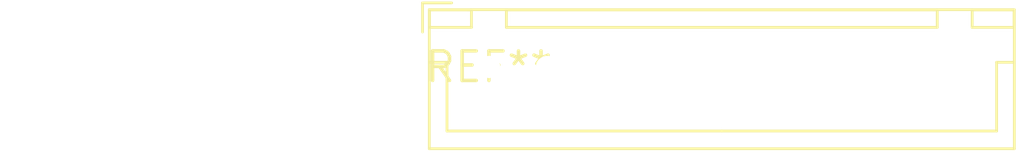
<source format=kicad_pcb>
(kicad_pcb (version 20240108) (generator pcbnew)
  (layers (0 "F.Cu" signal) (31 "B.Cu" signal) (34 "B.Paste" user) (35 "F.Paste" user) (36 "B.SilkS" user "B.Silkscreen") (37 "F.SilkS" user "F.Silkscreen") (38 "B.Mask" user) (39 "F.Mask" user) (44 "Edge.Cuts" user))
  (net 0 "")
  (footprint "JST_XH_B9B-XH-A_1x09_P2.50mm_Vertical" (layer "F.Cu") (at 0 0)
    (property "Reference" "REF**")
    (property "Value" "JST_XH_B9B-XH-A_1x09_P2.50mm_Vertical")
    (fp_line (start -2.85 -2.75) (end -2.85 -1.5) (layer "F.SilkS") (stroke (width 0.12)))
    (fp_line (start -2.56 -2.46) (end -2.56 3.51) (layer "F.SilkS") (stroke (width 0.12)))
    (fp_line (start -2.56 3.51) (end 22.56 3.51) (layer "F.SilkS") (stroke (width 0.12)))
    (fp_line (start -2.55 -2.45) (end -2.55 -1.7) (layer "F.SilkS") (stroke (width 0.12)))
    (fp_line (start -2.55 -1.7) (end -0.75 -1.7) (layer "F.SilkS") (stroke (width 0.12)))
    (fp_line (start -2.55 -0.2) (end -1.8 -0.2) (layer "F.SilkS") (stroke (width 0.12)))
    (fp_line (start -1.8 -0.2) (end -1.8 2.75) (layer "F.SilkS") (stroke (width 0.12)))
    (fp_line (start -1.8 2.75) (end 10 2.75) (layer "F.SilkS") (stroke (width 0.12)))
    (fp_line (start -1.6 -2.75) (end -2.85 -2.75) (layer "F.SilkS") (stroke (width 0.12)))
    (fp_line (start -0.75 -2.45) (end -2.55 -2.45) (layer "F.SilkS") (stroke (width 0.12)))
    (fp_line (start -0.75 -1.7) (end -0.75 -2.45) (layer "F.SilkS") (stroke (width 0.12)))
    (fp_line (start 0.75 -2.45) (end 0.75 -1.7) (layer "F.SilkS") (stroke (width 0.12)))
    (fp_line (start 0.75 -1.7) (end 19.25 -1.7) (layer "F.SilkS") (stroke (width 0.12)))
    (fp_line (start 19.25 -2.45) (end 0.75 -2.45) (layer "F.SilkS") (stroke (width 0.12)))
    (fp_line (start 19.25 -1.7) (end 19.25 -2.45) (layer "F.SilkS") (stroke (width 0.12)))
    (fp_line (start 20.75 -2.45) (end 20.75 -1.7) (layer "F.SilkS") (stroke (width 0.12)))
    (fp_line (start 20.75 -1.7) (end 22.55 -1.7) (layer "F.SilkS") (stroke (width 0.12)))
    (fp_line (start 21.8 -0.2) (end 21.8 2.75) (layer "F.SilkS") (stroke (width 0.12)))
    (fp_line (start 21.8 2.75) (end 10 2.75) (layer "F.SilkS") (stroke (width 0.12)))
    (fp_line (start 22.55 -2.45) (end 20.75 -2.45) (layer "F.SilkS") (stroke (width 0.12)))
    (fp_line (start 22.55 -1.7) (end 22.55 -2.45) (layer "F.SilkS") (stroke (width 0.12)))
    (fp_line (start 22.55 -0.2) (end 21.8 -0.2) (layer "F.SilkS") (stroke (width 0.12)))
    (fp_line (start 22.56 -2.46) (end -2.56 -2.46) (layer "F.SilkS") (stroke (width 0.12)))
    (fp_line (start 22.56 3.51) (end 22.56 -2.46) (layer "F.SilkS") (stroke (width 0.12)))
    (pad "1" thru_hole roundrect (at 0 0) (size 1.7 1.95) (drill 0.95) (layers *.Cu *.Mask) (remove_unused_layers) (roundrect_rratio 0.147059))
    (pad "2" thru_hole oval (at 2.5 0) (size 1.7 1.95) (drill 0.95) (layers *.Cu *.Mask) (remove_unused_layers))
    (pad "3" thru_hole oval (at 5 0) (size 1.7 1.95) (drill 0.95) (layers *.Cu *.Mask) (remove_unused_layers))
    (pad "4" thru_hole oval (at 7.5 0) (size 1.7 1.95) (drill 0.95) (layers *.Cu *.Mask) (remove_unused_layers))
    (pad "5" thru_hole oval (at 10 0) (size 1.7 1.95) (drill 0.95) (layers *.Cu *.Mask) (remove_unused_layers))
    (pad "6" thru_hole oval (at 12.5 0) (size 1.7 1.95) (drill 0.95) (layers *.Cu *.Mask) (remove_unused_layers))
    (pad "7" thru_hole oval (at 15 0) (size 1.7 1.95) (drill 0.95) (layers *.Cu *.Mask) (remove_unused_layers))
    (pad "8" thru_hole oval (at 17.5 0) (size 1.7 1.95) (drill 0.95) (layers *.Cu *.Mask) (remove_unused_layers))
    (pad "9" thru_hole oval (at 20 0) (size 1.7 1.95) (drill 0.95) (layers *.Cu *.Mask) (remove_unused_layers))
  )
)
</source>
